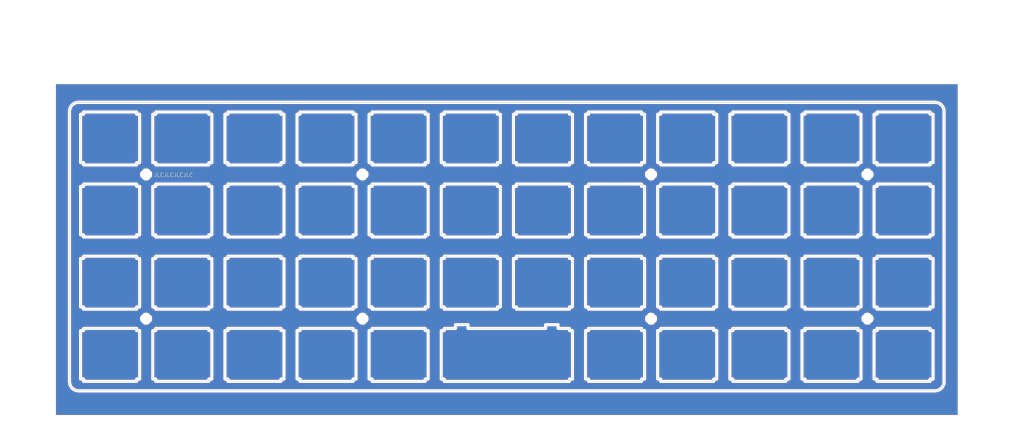
<source format=kicad_pcb>
(kicad_pcb (version 20171130) (host pcbnew "(5.0.0)")
  (layers (0 F.Cu signal) (31 B.Cu signal) (34 B.Paste user) (35 F.Paste user) (36 B.SilkS user) (37 F.SilkS user) (38 B.Mask user) (39 F.Mask user) (44 Edge.Cuts user))
  (net 0 "")
  (module MountingHole:MountingHole_2.2mm_M2_ISO7380 (layer F.Cu) (at 47.625 47.625)
    (fp_text reference J1 hide)
    (fp_text value Conn_01x01)
    (pad 1 np_thru_hole circle (at 0 0) (size 2.2 2.2) (drill 2.2) (layers *.Cu *.Mask))
  )
  (module MountingHole:MountingHole_2.2mm_M2_ISO7380 (layer F.Cu) (at 104.775 47.625)
    (fp_text reference J2 hide)
    (fp_text value Conn_01x01)
    (pad 1 np_thru_hole circle (at 0 0) (size 2.2 2.2) (drill 2.2) (layers *.Cu *.Mask))
  )
  (module MountingHole:MountingHole_2.2mm_M2_ISO7380 (layer F.Cu) (at 47.625 85.725)
    (fp_text reference J3 hide)
    (fp_text value Conn_01x01)
    (pad 1 np_thru_hole circle (at 0 0) (size 2.2 2.2) (drill 2.2) (layers *.Cu *.Mask))
  )
  (module MountingHole:MountingHole_2.2mm_M2_ISO7380 (layer F.Cu) (at 104.775 85.725)
    (fp_text reference J4 hide)
    (fp_text value Conn_01x01)
    (pad 1 np_thru_hole circle (at 0 0) (size 2.2 2.2) (drill 2.2) (layers *.Cu *.Mask))
  )
  (module MountingHole:MountingHole_2.2mm_M2_ISO7380 (layer F.Cu) (at 180.975 47.625)
    (fp_text reference J5 hide)
    (fp_text value Conn_01x01)
    (pad 1 np_thru_hole circle (at 0 0) (size 2.2 2.2) (drill 2.2) (layers *.Cu *.Mask))
  )
  (module MountingHole:MountingHole_2.2mm_M2_ISO7380 (layer F.Cu) (at 180.975 85.725)
    (fp_text reference J6 hide)
    (fp_text value Conn_01x01)
    (pad 1 np_thru_hole circle (at 0 0) (size 2.2 2.2) (drill 2.2) (layers *.Cu *.Mask))
  )
  (module MountingHole:MountingHole_2.2mm_M2_ISO7380 (layer F.Cu) (at 238.125 47.625)
    (fp_text reference J7 hide)
    (fp_text value Conn_01x01)
    (pad 1 np_thru_hole circle (at 0 0) (size 2.2 2.2) (drill 2.2) (layers *.Cu *.Mask))
  )
  (module MountingHole:MountingHole_2.2mm_M2_ISO7380 (layer F.Cu) (at 238.125 85.725)
    (fp_text reference J8 hide)
    (fp_text value Conn_01x01)
    (pad 1 np_thru_hole circle (at 0 0) (size 2.2 2.2) (drill 2.2) (layers *.Cu *.Mask))
  )
  (gr_line (start 126.365148 102.279329) (end 159.415848 102.279329) (layer Edge.Cuts) (width 0.1))
  (gr_line (start 129.339148 88.279929) (end 126.365148 88.279929) (layer Edge.Cuts) (width 0.1))
  (gr_line (start 159.415848 101.679929) (end 160.213848 101.679929) (layer Edge.Cuts) (width 0.1))
  (gr_line (start 126.365148 88.279929) (end 126.365148 88.879329) (layer Edge.Cuts) (width 0.1))
  (gr_line (start 159.415848 102.279329) (end 159.415848 101.679929) (layer Edge.Cuts) (width 0.1))
  (gr_line (start 126.365148 101.679929) (end 126.365148 102.279329) (layer Edge.Cuts) (width 0.1))
  (gr_line (start 159.415848 88.879329) (end 159.415848 88.279929) (layer Edge.Cuts) (width 0.1))
  (gr_line (start 126.365148 88.879329) (end 125.564148 88.879329) (layer Edge.Cuts) (width 0.1))
  (gr_line (start 160.213848 88.879329) (end 159.415848 88.879329) (layer Edge.Cuts) (width 0.1))
  (gr_line (start 125.564148 101.679929) (end 126.365148 101.679929) (layer Edge.Cuts) (width 0.1))
  (gr_line (start 160.213848 101.679929) (end 160.213848 88.879329) (layer Edge.Cuts) (width 0.1))
  (gr_line (start 159.415848 88.279929) (end 156.439148 88.279929) (layer Edge.Cuts) (width 0.1))
  (gr_line (start 125.564148 88.879329) (end 125.564148 101.679929) (layer Edge.Cuts) (width 0.1))
  (gr_line (start 255.471 44.52) (end 255.471 31.7194) (layer Edge.Cuts) (width 0.1))
  (gr_line (start 254.67 31.12) (end 240.671 31.12) (layer Edge.Cuts) (width 0.1))
  (gr_line (start 254.67 31.7194) (end 254.67 31.12) (layer Edge.Cuts) (width 0.1))
  (gr_line (start 254.67 44.52) (end 255.471 44.52) (layer Edge.Cuts) (width 0.1))
  (gr_line (start 255.471 31.7194) (end 254.67 31.7194) (layer Edge.Cuts) (width 0.1))
  (gr_line (start 254.67 45.1193) (end 254.67 44.52) (layer Edge.Cuts) (width 0.1))
  (gr_line (start 240.671 44.52) (end 240.671 45.1193) (layer Edge.Cuts) (width 0.1))
  (gr_line (start 236.421 31.7194) (end 235.62 31.7194) (layer Edge.Cuts) (width 0.1))
  (gr_line (start 201.771 44.52) (end 202.571 44.52) (layer Edge.Cuts) (width 0.1))
  (gr_line (start 164.471 44.52) (end 164.471 45.1193) (layer Edge.Cuts) (width 0.1))
  (gr_line (start 178.47 44.52) (end 179.271 44.52) (layer Edge.Cuts) (width 0.1))
  (gr_line (start 182.721 44.52) (end 183.521 44.52) (layer Edge.Cuts) (width 0.1))
  (gr_line (start 239.871 44.52) (end 240.671 44.52) (layer Edge.Cuts) (width 0.1))
  (gr_line (start 221.621 45.1193) (end 235.62 45.1193) (layer Edge.Cuts) (width 0.1))
  (gr_line (start 183.521 44.52) (end 183.521 45.1193) (layer Edge.Cuts) (width 0.1))
  (gr_line (start 216.57 45.1193) (end 216.57 44.52) (layer Edge.Cuts) (width 0.1))
  (gr_line (start 197.52 31.12) (end 183.521 31.12) (layer Edge.Cuts) (width 0.1))
  (gr_line (start 239.871 31.7194) (end 239.871 44.52) (layer Edge.Cuts) (width 0.1))
  (gr_line (start 240.671 31.7194) (end 239.871 31.7194) (layer Edge.Cuts) (width 0.1))
  (gr_line (start 240.671 31.12) (end 240.671 31.7194) (layer Edge.Cuts) (width 0.1))
  (gr_line (start 164.471 31.7194) (end 163.671 31.7194) (layer Edge.Cuts) (width 0.1))
  (gr_line (start 145.419 44.52) (end 145.419 45.1193) (layer Edge.Cuts) (width 0.1))
  (gr_line (start 235.62 31.12) (end 221.621 31.12) (layer Edge.Cuts) (width 0.1))
  (gr_line (start 220.821 31.7194) (end 220.821 44.52) (layer Edge.Cuts) (width 0.1))
  (gr_line (start 197.52 44.52) (end 198.321 44.52) (layer Edge.Cuts) (width 0.1))
  (gr_line (start 202.571 45.1193) (end 216.57 45.1193) (layer Edge.Cuts) (width 0.1))
  (gr_line (start 178.47 31.7194) (end 178.47 31.12) (layer Edge.Cuts) (width 0.1))
  (gr_line (start 182.721 31.7194) (end 182.721 44.52) (layer Edge.Cuts) (width 0.1))
  (gr_line (start 144.62 44.52) (end 145.419 44.52) (layer Edge.Cuts) (width 0.1))
  (gr_line (start 236.421 44.52) (end 236.421 31.7194) (layer Edge.Cuts) (width 0.1))
  (gr_line (start 235.62 45.1193) (end 235.62 44.52) (layer Edge.Cuts) (width 0.1))
  (gr_line (start 221.621 44.52) (end 221.621 45.1193) (layer Edge.Cuts) (width 0.1))
  (gr_line (start 220.821 44.52) (end 221.621 44.52) (layer Edge.Cuts) (width 0.1))
  (gr_line (start 221.621 31.7194) (end 220.821 31.7194) (layer Edge.Cuts) (width 0.1))
  (gr_line (start 217.371 31.7194) (end 216.57 31.7194) (layer Edge.Cuts) (width 0.1))
  (gr_line (start 216.57 44.52) (end 217.371 44.52) (layer Edge.Cuts) (width 0.1))
  (gr_line (start 202.571 31.12) (end 202.571 31.7194) (layer Edge.Cuts) (width 0.1))
  (gr_line (start 160.221 31.7194) (end 159.42 31.7194) (layer Edge.Cuts) (width 0.1))
  (gr_line (start 221.621 31.12) (end 221.621 31.7194) (layer Edge.Cuts) (width 0.1))
  (gr_line (start 160.221 44.52) (end 160.221 31.7194) (layer Edge.Cuts) (width 0.1))
  (gr_line (start 216.57 31.7194) (end 216.57 31.12) (layer Edge.Cuts) (width 0.1))
  (gr_line (start 198.321 44.52) (end 198.321 31.7194) (layer Edge.Cuts) (width 0.1))
  (gr_line (start 183.521 31.12) (end 183.521 31.7194) (layer Edge.Cuts) (width 0.1))
  (gr_line (start 164.471 45.1193) (end 178.47 45.1193) (layer Edge.Cuts) (width 0.1))
  (gr_line (start 179.271 44.52) (end 179.271 31.7194) (layer Edge.Cuts) (width 0.1))
  (gr_line (start 159.42 45.1193) (end 159.42 44.52) (layer Edge.Cuts) (width 0.1))
  (gr_line (start 178.47 45.1193) (end 178.47 44.52) (layer Edge.Cuts) (width 0.1))
  (gr_line (start 197.52 31.7194) (end 197.52 31.12) (layer Edge.Cuts) (width 0.1))
  (gr_line (start 183.521 31.7194) (end 182.721 31.7194) (layer Edge.Cuts) (width 0.1))
  (gr_line (start 159.42 31.7194) (end 159.42 31.12) (layer Edge.Cuts) (width 0.1))
  (gr_line (start 235.62 31.7194) (end 235.62 31.12) (layer Edge.Cuts) (width 0.1))
  (gr_line (start 217.371 44.52) (end 217.371 31.7194) (layer Edge.Cuts) (width 0.1))
  (gr_line (start 183.521 45.1193) (end 197.52 45.1193) (layer Edge.Cuts) (width 0.1))
  (gr_line (start 201.771 31.7194) (end 201.771 44.52) (layer Edge.Cuts) (width 0.1))
  (gr_line (start 202.571 31.7194) (end 201.771 31.7194) (layer Edge.Cuts) (width 0.1))
  (gr_line (start 198.321 31.7194) (end 197.52 31.7194) (layer Edge.Cuts) (width 0.1))
  (gr_line (start 144.62 31.7194) (end 144.62 44.52) (layer Edge.Cuts) (width 0.1))
  (gr_line (start 197.52 45.1193) (end 197.52 44.52) (layer Edge.Cuts) (width 0.1))
  (gr_line (start 163.671 31.7194) (end 163.671 44.52) (layer Edge.Cuts) (width 0.1))
  (gr_line (start 159.42 31.12) (end 145.419 31.12) (layer Edge.Cuts) (width 0.1))
  (gr_line (start 202.571 44.52) (end 202.571 45.1193) (layer Edge.Cuts) (width 0.1))
  (gr_line (start 164.471 31.12) (end 164.471 31.7194) (layer Edge.Cuts) (width 0.1))
  (gr_line (start 179.271 31.7194) (end 178.47 31.7194) (layer Edge.Cuts) (width 0.1))
  (gr_line (start 235.62 44.52) (end 236.421 44.52) (layer Edge.Cuts) (width 0.1))
  (gr_line (start 178.47 31.12) (end 164.471 31.12) (layer Edge.Cuts) (width 0.1))
  (gr_line (start 163.671 44.52) (end 164.471 44.52) (layer Edge.Cuts) (width 0.1))
  (gr_line (start 145.419 45.1193) (end 159.42 45.1193) (layer Edge.Cuts) (width 0.1))
  (gr_line (start 159.42 44.52) (end 160.221 44.52) (layer Edge.Cuts) (width 0.1))
  (gr_line (start 240.671 45.1193) (end 254.67 45.1193) (layer Edge.Cuts) (width 0.1))
  (gr_line (start 216.57 31.12) (end 202.571 31.12) (layer Edge.Cuts) (width 0.1))
  (gr_line (start 145.419 31.12) (end 145.419 31.7194) (layer Edge.Cuts) (width 0.1))
  (gr_line (start 140.37 31.12) (end 126.3693 31.12) (layer Edge.Cuts) (width 0.1))
  (gr_line (start 126.3693 44.52) (end 126.3693 45.1193) (layer Edge.Cuts) (width 0.1))
  (gr_line (start 84.0208 44.52) (end 84.0208 31.7194) (layer Edge.Cuts) (width 0.1))
  (gr_line (start 141.169 44.52) (end 141.169 31.7194) (layer Edge.Cuts) (width 0.1))
  (gr_line (start 126.3693 45.1193) (end 140.37 45.1193) (layer Edge.Cuts) (width 0.1))
  (gr_line (start 125.5713 44.52) (end 126.3693 44.52) (layer Edge.Cuts) (width 0.1))
  (gr_line (start 50.1707 44.52) (end 50.1707 45.1193) (layer Edge.Cuts) (width 0.1))
  (gr_line (start 125.5713 31.7194) (end 125.5713 44.52) (layer Edge.Cuts) (width 0.1))
  (gr_line (start 102.27 31.7194) (end 102.27 31.12) (layer Edge.Cuts) (width 0.1))
  (gr_line (start 126.3693 31.12) (end 126.3693 31.7194) (layer Edge.Cuts) (width 0.1))
  (gr_line (start 88.2707 45.1193) (end 102.27 45.1193) (layer Edge.Cuts) (width 0.1))
  (gr_line (start 121.32 31.12) (end 107.3207 31.12) (layer Edge.Cuts) (width 0.1))
  (gr_line (start 122.1194 31.7194) (end 121.32 31.7194) (layer Edge.Cuts) (width 0.1))
  (gr_line (start 122.1194 44.52) (end 122.1194 31.7194) (layer Edge.Cuts) (width 0.1))
  (gr_line (start 107.3207 45.1193) (end 121.32 45.1193) (layer Edge.Cuts) (width 0.1))
  (gr_line (start 107.3207 44.52) (end 107.3207 45.1193) (layer Edge.Cuts) (width 0.1))
  (gr_line (start 106.5213 44.52) (end 107.3207 44.52) (layer Edge.Cuts) (width 0.1))
  (gr_line (start 106.5213 31.7194) (end 106.5213 44.52) (layer Edge.Cuts) (width 0.1))
  (gr_line (start 107.3207 31.7194) (end 106.5213 31.7194) (layer Edge.Cuts) (width 0.1))
  (gr_line (start 107.3207 31.12) (end 107.3207 31.7194) (layer Edge.Cuts) (width 0.1))
  (gr_line (start 102.27 31.12) (end 88.2707 31.12) (layer Edge.Cuts) (width 0.1))
  (gr_line (start 64.17 31.7194) (end 64.17 31.12) (layer Edge.Cuts) (width 0.1))
  (gr_line (start 88.2707 44.52) (end 88.2707 45.1193) (layer Edge.Cuts) (width 0.1))
  (gr_line (start 103.0708 31.7194) (end 102.27 31.7194) (layer Edge.Cuts) (width 0.1))
  (gr_line (start 103.0708 44.52) (end 103.0708 31.7194) (layer Edge.Cuts) (width 0.1))
  (gr_line (start 83.22 44.52) (end 84.0208 44.52) (layer Edge.Cuts) (width 0.1))
  (gr_line (start 64.9708 44.52) (end 64.9708 31.7194) (layer Edge.Cuts) (width 0.1))
  (gr_line (start 102.27 44.52) (end 103.0708 44.52) (layer Edge.Cuts) (width 0.1))
  (gr_line (start 87.4713 44.52) (end 88.2707 44.52) (layer Edge.Cuts) (width 0.1))
  (gr_line (start 87.4713 31.7194) (end 87.4713 44.52) (layer Edge.Cuts) (width 0.1))
  (gr_line (start 88.2707 31.7194) (end 87.4713 31.7194) (layer Edge.Cuts) (width 0.1))
  (gr_line (start 83.22 31.7194) (end 83.22 31.12) (layer Edge.Cuts) (width 0.1))
  (gr_line (start 69.2207 45.1193) (end 83.22 45.1193) (layer Edge.Cuts) (width 0.1))
  (gr_line (start 68.4213 44.52) (end 69.2207 44.52) (layer Edge.Cuts) (width 0.1))
  (gr_line (start 69.2207 44.52) (end 69.2207 45.1193) (layer Edge.Cuts) (width 0.1))
  (gr_line (start 64.17 31.12) (end 50.1707 31.12) (layer Edge.Cuts) (width 0.1))
  (gr_line (start 50.1707 31.12) (end 50.1707 31.7194) (layer Edge.Cuts) (width 0.1))
  (gr_line (start 84.0208 31.7194) (end 83.22 31.7194) (layer Edge.Cuts) (width 0.1))
  (gr_line (start 50.1707 45.1193) (end 64.17 45.1193) (layer Edge.Cuts) (width 0.1))
  (gr_line (start 83.22 45.1193) (end 83.22 44.52) (layer Edge.Cuts) (width 0.1))
  (gr_line (start 49.3714 44.52) (end 50.1707 44.52) (layer Edge.Cuts) (width 0.1))
  (gr_line (start 64.17 44.52) (end 64.9708 44.52) (layer Edge.Cuts) (width 0.1))
  (gr_line (start 68.4213 31.7194) (end 68.4213 44.52) (layer Edge.Cuts) (width 0.1))
  (gr_line (start 88.2707 31.12) (end 88.2707 31.7194) (layer Edge.Cuts) (width 0.1))
  (gr_line (start 64.9708 31.7194) (end 64.17 31.7194) (layer Edge.Cuts) (width 0.1))
  (gr_line (start 69.2207 31.7194) (end 68.4213 31.7194) (layer Edge.Cuts) (width 0.1))
  (gr_line (start 45.1202 31.12) (end 31.12065 31.12) (layer Edge.Cuts) (width 0.1))
  (gr_line (start 69.2207 31.12) (end 69.2207 31.7194) (layer Edge.Cuts) (width 0.1))
  (gr_line (start 45.1202 31.7194) (end 45.1202 31.12) (layer Edge.Cuts) (width 0.1))
  (gr_line (start 49.3714 31.7194) (end 49.3714 44.52) (layer Edge.Cuts) (width 0.1))
  (gr_line (start 50.1707 31.7194) (end 49.3714 31.7194) (layer Edge.Cuts) (width 0.1))
  (gr_line (start 83.22 31.12) (end 69.2207 31.12) (layer Edge.Cuts) (width 0.1))
  (gr_line (start 121.32 45.1193) (end 121.32 44.52) (layer Edge.Cuts) (width 0.1))
  (gr_line (start 145.419 31.7194) (end 144.62 31.7194) (layer Edge.Cuts) (width 0.1))
  (gr_line (start 140.37 31.7194) (end 140.37 31.12) (layer Edge.Cuts) (width 0.1))
  (gr_line (start 141.169 31.7194) (end 140.37 31.7194) (layer Edge.Cuts) (width 0.1))
  (gr_line (start 140.37 44.52) (end 141.169 44.52) (layer Edge.Cuts) (width 0.1))
  (gr_line (start 140.37 45.1193) (end 140.37 44.52) (layer Edge.Cuts) (width 0.1))
  (gr_line (start 121.32 44.52) (end 122.1194 44.52) (layer Edge.Cuts) (width 0.1))
  (gr_line (start 121.32 31.7194) (end 121.32 31.12) (layer Edge.Cuts) (width 0.1))
  (gr_line (start 102.27 45.1193) (end 102.27 44.52) (layer Edge.Cuts) (width 0.1))
  (gr_line (start 126.3693 31.7194) (end 125.5713 31.7194) (layer Edge.Cuts) (width 0.1))
  (gr_line (start 64.17 45.1193) (end 64.17 44.52) (layer Edge.Cuts) (width 0.1))
  (gr_line (start 235.62 101.66998) (end 236.421 101.66998) (layer Edge.Cuts) (width 0.1))
  (gr_line (start 107.3207 88.2699) (end 107.3207 88.8694) (layer Edge.Cuts) (width 0.1))
  (gr_line (start 216.57 102.26943) (end 216.57 101.66998) (layer Edge.Cuts) (width 0.1))
  (gr_line (start 220.821 101.66998) (end 221.621 101.66998) (layer Edge.Cuts) (width 0.1))
  (gr_line (start 202.571 102.26943) (end 216.57 102.26943) (layer Edge.Cuts) (width 0.1))
  (gr_line (start 183.521 101.66998) (end 183.521 102.26943) (layer Edge.Cuts) (width 0.1))
  (gr_line (start 179.271 101.66998) (end 179.271 88.8694) (layer Edge.Cuts) (width 0.1))
  (gr_line (start 121.32 102.26943) (end 121.32 101.66998) (layer Edge.Cuts) (width 0.1))
  (gr_line (start 178.47 101.66998) (end 179.271 101.66998) (layer Edge.Cuts) (width 0.1))
  (gr_line (start 163.671 88.8694) (end 163.671 101.66998) (layer Edge.Cuts) (width 0.1))
  (gr_line (start 235.62 102.26943) (end 235.62 101.66998) (layer Edge.Cuts) (width 0.1))
  (gr_line (start 183.521 88.2699) (end 183.521 88.8694) (layer Edge.Cuts) (width 0.1))
  (gr_line (start 107.3207 102.26943) (end 121.32 102.26943) (layer Edge.Cuts) (width 0.1))
  (gr_line (start 221.621 101.66998) (end 221.621 102.26943) (layer Edge.Cuts) (width 0.1))
  (gr_line (start 221.621 88.8694) (end 220.821 88.8694) (layer Edge.Cuts) (width 0.1))
  (gr_line (start 183.521 102.26943) (end 197.52 102.26943) (layer Edge.Cuts) (width 0.1))
  (gr_line (start 217.371 88.8694) (end 216.57 88.8694) (layer Edge.Cuts) (width 0.1))
  (gr_line (start 122.1194 88.8694) (end 121.32 88.8694) (layer Edge.Cuts) (width 0.1))
  (gr_line (start 216.57 101.66998) (end 217.371 101.66998) (layer Edge.Cuts) (width 0.1))
  (gr_line (start 202.571 101.66998) (end 202.571 102.26943) (layer Edge.Cuts) (width 0.1))
  (gr_line (start 178.47 88.2699) (end 164.471 88.2699) (layer Edge.Cuts) (width 0.1))
  (gr_line (start 163.671 101.66998) (end 164.471 101.66998) (layer Edge.Cuts) (width 0.1))
  (gr_line (start 198.321 88.8694) (end 197.52 88.8694) (layer Edge.Cuts) (width 0.1))
  (gr_line (start 197.52 102.26943) (end 197.52 101.66998) (layer Edge.Cuts) (width 0.1))
  (gr_line (start 182.721 101.66998) (end 183.521 101.66998) (layer Edge.Cuts) (width 0.1))
  (gr_line (start 183.521 88.8694) (end 182.721 88.8694) (layer Edge.Cuts) (width 0.1))
  (gr_line (start 178.47 88.8694) (end 178.47 88.2699) (layer Edge.Cuts) (width 0.1))
  (gr_line (start 122.1194 101.66998) (end 122.1194 88.8694) (layer Edge.Cuts) (width 0.1))
  (gr_line (start 107.3207 101.66998) (end 107.3207 102.26943) (layer Edge.Cuts) (width 0.1))
  (gr_line (start 164.471 101.66998) (end 164.471 102.26943) (layer Edge.Cuts) (width 0.1))
  (gr_line (start 164.471 88.8694) (end 163.671 88.8694) (layer Edge.Cuts) (width 0.1))
  (gr_line (start 164.471 88.2699) (end 164.471 88.8694) (layer Edge.Cuts) (width 0.1))
  (gr_line (start 107.3207 88.8694) (end 106.5213 88.8694) (layer Edge.Cuts) (width 0.1))
  (gr_line (start 201.771 88.8694) (end 201.771 101.66998) (layer Edge.Cuts) (width 0.1))
  (gr_line (start 202.571 88.2699) (end 202.571 88.8694) (layer Edge.Cuts) (width 0.1))
  (gr_line (start 198.321 101.66998) (end 198.321 88.8694) (layer Edge.Cuts) (width 0.1))
  (gr_line (start 178.47 102.26943) (end 178.47 101.66998) (layer Edge.Cuts) (width 0.1))
  (gr_line (start 197.52 101.66998) (end 198.321 101.66998) (layer Edge.Cuts) (width 0.1))
  (gr_line (start 182.721 88.8694) (end 182.721 101.66998) (layer Edge.Cuts) (width 0.1))
  (gr_line (start 179.271 88.8694) (end 178.47 88.8694) (layer Edge.Cuts) (width 0.1))
  (gr_line (start 106.5213 101.66998) (end 107.3207 101.66998) (layer Edge.Cuts) (width 0.1))
  (gr_line (start 164.471 102.26943) (end 178.47 102.26943) (layer Edge.Cuts) (width 0.1))
  (gr_line (start 121.32 88.2699) (end 107.3207 88.2699) (layer Edge.Cuts) (width 0.1))
  (gr_line (start 121.32 88.8694) (end 121.32 88.2699) (layer Edge.Cuts) (width 0.1))
  (gr_line (start 106.5213 88.8694) (end 106.5213 101.66998) (layer Edge.Cuts) (width 0.1))
  (gr_line (start 121.32 101.66998) (end 122.1194 101.66998) (layer Edge.Cuts) (width 0.1))
  (gr_line (start 201.771 101.66998) (end 202.571 101.66998) (layer Edge.Cuts) (width 0.1))
  (gr_line (start 216.57 88.2699) (end 202.571 88.2699) (layer Edge.Cuts) (width 0.1))
  (gr_line (start 217.371 101.66998) (end 217.371 88.8694) (layer Edge.Cuts) (width 0.1))
  (gr_line (start 197.52 88.8694) (end 197.52 88.2699) (layer Edge.Cuts) (width 0.1))
  (gr_line (start 221.621 102.26943) (end 235.62 102.26943) (layer Edge.Cuts) (width 0.1))
  (gr_line (start 236.421 101.66998) (end 236.421 88.8694) (layer Edge.Cuts) (width 0.1))
  (gr_line (start 221.621 88.2699) (end 221.621 88.8694) (layer Edge.Cuts) (width 0.1))
  (gr_line (start 216.57 88.8694) (end 216.57 88.2699) (layer Edge.Cuts) (width 0.1))
  (gr_line (start 197.52 88.2699) (end 183.521 88.2699) (layer Edge.Cuts) (width 0.1))
  (gr_line (start 220.821 88.8694) (end 220.821 101.66998) (layer Edge.Cuts) (width 0.1))
  (gr_line (start 202.571 88.8694) (end 201.771 88.8694) (layer Edge.Cuts) (width 0.1))
  (gr_line (start 140.37 69.8194) (end 140.37 69.22) (layer Edge.Cuts) (width 0.1))
  (gr_line (start 144.62 82.62) (end 145.419 82.62) (layer Edge.Cuts) (width 0.1))
  (gr_line (start 164.471 69.22) (end 164.471 69.8194) (layer Edge.Cuts) (width 0.1))
  (gr_line (start 106.5213 82.62) (end 107.3207 82.62) (layer Edge.Cuts) (width 0.1))
  (gr_line (start 159.42 69.22) (end 145.419 69.22) (layer Edge.Cuts) (width 0.1))
  (gr_line (start 145.419 82.62) (end 145.419 83.2194) (layer Edge.Cuts) (width 0.1))
  (gr_line (start 145.419 83.2194) (end 159.42 83.2194) (layer Edge.Cuts) (width 0.1))
  (gr_line (start 144.62 69.8194) (end 144.62 82.62) (layer Edge.Cuts) (width 0.1))
  (gr_line (start 141.169 69.8194) (end 140.37 69.8194) (layer Edge.Cuts) (width 0.1))
  (gr_line (start 121.32 82.62) (end 122.1194 82.62) (layer Edge.Cuts) (width 0.1))
  (gr_line (start 126.3693 69.8194) (end 125.5713 69.8194) (layer Edge.Cuts) (width 0.1))
  (gr_line (start 183.521 69.8194) (end 182.721 69.8194) (layer Edge.Cuts) (width 0.1))
  (gr_line (start 202.571 82.62) (end 202.571 83.2194) (layer Edge.Cuts) (width 0.1))
  (gr_line (start 201.771 82.62) (end 202.571 82.62) (layer Edge.Cuts) (width 0.1))
  (gr_line (start 201.771 69.8194) (end 201.771 82.62) (layer Edge.Cuts) (width 0.1))
  (gr_line (start 145.419 69.8194) (end 144.62 69.8194) (layer Edge.Cuts) (width 0.1))
  (gr_line (start 202.571 69.8194) (end 201.771 69.8194) (layer Edge.Cuts) (width 0.1))
  (gr_line (start 202.571 69.22) (end 202.571 69.8194) (layer Edge.Cuts) (width 0.1))
  (gr_line (start 197.52 69.22) (end 183.521 69.22) (layer Edge.Cuts) (width 0.1))
  (gr_line (start 179.271 69.8194) (end 178.47 69.8194) (layer Edge.Cuts) (width 0.1))
  (gr_line (start 159.42 83.2194) (end 159.42 82.62) (layer Edge.Cuts) (width 0.1))
  (gr_line (start 126.3693 69.22) (end 126.3693 69.8194) (layer Edge.Cuts) (width 0.1))
  (gr_line (start 145.419 69.22) (end 145.419 69.8194) (layer Edge.Cuts) (width 0.1))
  (gr_line (start 183.521 69.22) (end 183.521 69.8194) (layer Edge.Cuts) (width 0.1))
  (gr_line (start 198.321 69.8194) (end 197.52 69.8194) (layer Edge.Cuts) (width 0.1))
  (gr_line (start 197.52 83.2194) (end 197.52 82.62) (layer Edge.Cuts) (width 0.1))
  (gr_line (start 178.47 69.22) (end 164.471 69.22) (layer Edge.Cuts) (width 0.1))
  (gr_line (start 164.471 83.2194) (end 178.47 83.2194) (layer Edge.Cuts) (width 0.1))
  (gr_line (start 164.471 82.62) (end 164.471 83.2194) (layer Edge.Cuts) (width 0.1))
  (gr_line (start 140.37 83.2194) (end 140.37 82.62) (layer Edge.Cuts) (width 0.1))
  (gr_line (start 163.671 82.62) (end 164.471 82.62) (layer Edge.Cuts) (width 0.1))
  (gr_line (start 163.671 69.8194) (end 163.671 82.62) (layer Edge.Cuts) (width 0.1))
  (gr_line (start 159.42 69.8194) (end 159.42 69.22) (layer Edge.Cuts) (width 0.1))
  (gr_line (start 141.169 82.62) (end 141.169 69.8194) (layer Edge.Cuts) (width 0.1))
  (gr_line (start 121.32 83.2194) (end 121.32 82.62) (layer Edge.Cuts) (width 0.1))
  (gr_line (start 107.3207 69.8194) (end 106.5213 69.8194) (layer Edge.Cuts) (width 0.1))
  (gr_line (start 121.32 69.8194) (end 121.32 69.22) (layer Edge.Cuts) (width 0.1))
  (gr_line (start 126.3693 82.62) (end 126.3693 83.2194) (layer Edge.Cuts) (width 0.1))
  (gr_line (start 159.42 82.62) (end 160.221 82.62) (layer Edge.Cuts) (width 0.1))
  (gr_line (start 107.3207 82.62) (end 107.3207 83.2194) (layer Edge.Cuts) (width 0.1))
  (gr_line (start 122.1194 69.8194) (end 121.32 69.8194) (layer Edge.Cuts) (width 0.1))
  (gr_line (start 125.5713 82.62) (end 126.3693 82.62) (layer Edge.Cuts) (width 0.1))
  (gr_line (start 140.37 82.62) (end 141.169 82.62) (layer Edge.Cuts) (width 0.1))
  (gr_line (start 107.3207 83.2194) (end 121.32 83.2194) (layer Edge.Cuts) (width 0.1))
  (gr_line (start 178.47 69.8194) (end 178.47 69.22) (layer Edge.Cuts) (width 0.1))
  (gr_line (start 164.471 69.8194) (end 163.671 69.8194) (layer Edge.Cuts) (width 0.1))
  (gr_line (start 122.1194 82.62) (end 122.1194 69.8194) (layer Edge.Cuts) (width 0.1))
  (gr_line (start 197.52 69.8194) (end 197.52 69.22) (layer Edge.Cuts) (width 0.1))
  (gr_line (start 198.321 82.62) (end 198.321 69.8194) (layer Edge.Cuts) (width 0.1))
  (gr_line (start 160.221 69.8194) (end 159.42 69.8194) (layer Edge.Cuts) (width 0.1))
  (gr_line (start 178.47 83.2194) (end 178.47 82.62) (layer Edge.Cuts) (width 0.1))
  (gr_line (start 179.271 82.62) (end 179.271 69.8194) (layer Edge.Cuts) (width 0.1))
  (gr_line (start 140.37 69.22) (end 126.3693 69.22) (layer Edge.Cuts) (width 0.1))
  (gr_line (start 197.52 82.62) (end 198.321 82.62) (layer Edge.Cuts) (width 0.1))
  (gr_line (start 183.521 83.2194) (end 197.52 83.2194) (layer Edge.Cuts) (width 0.1))
  (gr_line (start 183.521 82.62) (end 183.521 83.2194) (layer Edge.Cuts) (width 0.1))
  (gr_line (start 182.721 82.62) (end 183.521 82.62) (layer Edge.Cuts) (width 0.1))
  (gr_line (start 125.5713 69.8194) (end 125.5713 82.62) (layer Edge.Cuts) (width 0.1))
  (gr_line (start 126.3693 83.2194) (end 140.37 83.2194) (layer Edge.Cuts) (width 0.1))
  (gr_line (start 106.5213 69.8194) (end 106.5213 82.62) (layer Edge.Cuts) (width 0.1))
  (gr_line (start 182.721 69.8194) (end 182.721 82.62) (layer Edge.Cuts) (width 0.1))
  (gr_line (start 160.221 82.62) (end 160.221 69.8194) (layer Edge.Cuts) (width 0.1))
  (gr_line (start 121.32 69.22) (end 107.3207 69.22) (layer Edge.Cuts) (width 0.1))
  (gr_line (start 178.47 82.62) (end 179.271 82.62) (layer Edge.Cuts) (width 0.1))
  (gr_line (start 31.12065 83.2194) (end 45.1202 83.2194) (layer Edge.Cuts) (width 0.1))
  (gr_line (start 30.32139 82.62) (end 31.12065 82.62) (layer Edge.Cuts) (width 0.1))
  (gr_line (start 240.671 102.26943) (end 254.67 102.26943) (layer Edge.Cuts) (width 0.1))
  (gr_line (start 84.0208 69.8194) (end 83.22 69.8194) (layer Edge.Cuts) (width 0.1))
  (gr_line (start 88.2707 83.2194) (end 102.27 83.2194) (layer Edge.Cuts) (width 0.1))
  (gr_line (start 84.0208 82.62) (end 84.0208 69.8194) (layer Edge.Cuts) (width 0.1))
  (gr_line (start 30.32139 69.8194) (end 30.32139 82.62) (layer Edge.Cuts) (width 0.1))
  (gr_line (start 235.62 88.8694) (end 235.62 88.2699) (layer Edge.Cuts) (width 0.1))
  (gr_line (start 107.3207 69.22) (end 107.3207 69.8194) (layer Edge.Cuts) (width 0.1))
  (gr_line (start 254.67 101.66998) (end 255.471 101.66998) (layer Edge.Cuts) (width 0.1))
  (gr_line (start 102.27 69.22) (end 88.2707 69.22) (layer Edge.Cuts) (width 0.1))
  (gr_line (start 102.27 69.8194) (end 102.27 69.22) (layer Edge.Cuts) (width 0.1))
  (gr_line (start 45.1202 69.22) (end 31.12065 69.22) (layer Edge.Cuts) (width 0.1))
  (gr_line (start 235.62 88.2699) (end 221.621 88.2699) (layer Edge.Cuts) (width 0.1))
  (gr_line (start 103.0708 69.8194) (end 102.27 69.8194) (layer Edge.Cuts) (width 0.1))
  (gr_line (start 103.0708 82.62) (end 103.0708 69.8194) (layer Edge.Cuts) (width 0.1))
  (gr_line (start 102.27 82.62) (end 103.0708 82.62) (layer Edge.Cuts) (width 0.1))
  (gr_line (start 102.27 83.2194) (end 102.27 82.62) (layer Edge.Cuts) (width 0.1))
  (gr_line (start 88.2707 82.62) (end 88.2707 83.2194) (layer Edge.Cuts) (width 0.1))
  (gr_line (start 255.471 88.8694) (end 254.67 88.8694) (layer Edge.Cuts) (width 0.1))
  (gr_line (start 83.22 82.62) (end 84.0208 82.62) (layer Edge.Cuts) (width 0.1))
  (gr_line (start 69.2207 83.2194) (end 83.22 83.2194) (layer Edge.Cuts) (width 0.1))
  (gr_line (start 64.17 69.22) (end 50.1707 69.22) (layer Edge.Cuts) (width 0.1))
  (gr_line (start 68.4213 82.62) (end 69.2207 82.62) (layer Edge.Cuts) (width 0.1))
  (gr_line (start 64.17 69.8194) (end 64.17 69.22) (layer Edge.Cuts) (width 0.1))
  (gr_line (start 31.12065 82.62) (end 31.12065 83.2194) (layer Edge.Cuts) (width 0.1))
  (gr_line (start 49.3714 69.8194) (end 49.3714 82.62) (layer Edge.Cuts) (width 0.1))
  (gr_line (start 45.9208 69.8194) (end 45.1202 69.8194) (layer Edge.Cuts) (width 0.1))
  (gr_line (start 83.22 83.2194) (end 83.22 82.62) (layer Edge.Cuts) (width 0.1))
  (gr_line (start 64.17 83.2194) (end 64.17 82.62) (layer Edge.Cuts) (width 0.1))
  (gr_line (start 254.67 88.8694) (end 254.67 88.2699) (layer Edge.Cuts) (width 0.1))
  (gr_line (start 68.4213 69.8194) (end 68.4213 82.62) (layer Edge.Cuts) (width 0.1))
  (gr_line (start 69.2207 69.8194) (end 68.4213 69.8194) (layer Edge.Cuts) (width 0.1))
  (gr_line (start 64.17 82.62) (end 64.9708 82.62) (layer Edge.Cuts) (width 0.1))
  (gr_line (start 50.1707 69.8194) (end 49.3714 69.8194) (layer Edge.Cuts) (width 0.1))
  (gr_line (start 50.1707 69.22) (end 50.1707 69.8194) (layer Edge.Cuts) (width 0.1))
  (gr_line (start 45.9208 82.62) (end 45.9208 69.8194) (layer Edge.Cuts) (width 0.1))
  (gr_line (start 240.671 88.8694) (end 239.871 88.8694) (layer Edge.Cuts) (width 0.1))
  (gr_line (start 87.4713 82.62) (end 88.2707 82.62) (layer Edge.Cuts) (width 0.1))
  (gr_line (start 69.2207 82.62) (end 69.2207 83.2194) (layer Edge.Cuts) (width 0.1))
  (gr_line (start 254.67 102.26943) (end 254.67 101.66998) (layer Edge.Cuts) (width 0.1))
  (gr_line (start 45.1202 82.62) (end 45.9208 82.62) (layer Edge.Cuts) (width 0.1))
  (gr_line (start 87.4713 69.8194) (end 87.4713 82.62) (layer Edge.Cuts) (width 0.1))
  (gr_line (start 88.2707 69.8194) (end 87.4713 69.8194) (layer Edge.Cuts) (width 0.1))
  (gr_line (start 88.2707 69.22) (end 88.2707 69.8194) (layer Edge.Cuts) (width 0.1))
  (gr_line (start 83.22 69.22) (end 69.2207 69.22) (layer Edge.Cuts) (width 0.1))
  (gr_line (start 255.471 101.66998) (end 255.471 88.8694) (layer Edge.Cuts) (width 0.1))
  (gr_line (start 240.671 88.2699) (end 240.671 88.8694) (layer Edge.Cuts) (width 0.1))
  (gr_line (start 64.9708 82.62) (end 64.9708 69.8194) (layer Edge.Cuts) (width 0.1))
  (gr_line (start 50.1707 83.2194) (end 64.17 83.2194) (layer Edge.Cuts) (width 0.1))
  (gr_line (start 45.1202 83.2194) (end 45.1202 82.62) (layer Edge.Cuts) (width 0.1))
  (gr_line (start 239.871 88.8694) (end 239.871 101.66998) (layer Edge.Cuts) (width 0.1))
  (gr_line (start 83.22 69.8194) (end 83.22 69.22) (layer Edge.Cuts) (width 0.1))
  (gr_line (start 69.2207 69.22) (end 69.2207 69.8194) (layer Edge.Cuts) (width 0.1))
  (gr_line (start 64.9708 69.8194) (end 64.17 69.8194) (layer Edge.Cuts) (width 0.1))
  (gr_line (start 240.671 101.66998) (end 240.671 102.26943) (layer Edge.Cuts) (width 0.1))
  (gr_line (start 239.871 101.66998) (end 240.671 101.66998) (layer Edge.Cuts) (width 0.1))
  (gr_line (start 50.1707 82.62) (end 50.1707 83.2194) (layer Edge.Cuts) (width 0.1))
  (gr_line (start 31.12065 69.8194) (end 30.32139 69.8194) (layer Edge.Cuts) (width 0.1))
  (gr_line (start 254.67 88.2699) (end 240.671 88.2699) (layer Edge.Cuts) (width 0.1))
  (gr_line (start 31.12065 69.22) (end 31.12065 69.8194) (layer Edge.Cuts) (width 0.1))
  (gr_line (start 236.421 88.8694) (end 235.62 88.8694) (layer Edge.Cuts) (width 0.1))
  (gr_line (start 49.3714 82.62) (end 50.1707 82.62) (layer Edge.Cuts) (width 0.1))
  (gr_line (start 45.1202 69.8194) (end 45.1202 69.22) (layer Edge.Cuts) (width 0.1))
  (gr_line (start 103.0708 101.66998) (end 103.0708 88.8694) (layer Edge.Cuts) (width 0.1))
  (gr_line (start 102.27 102.26943) (end 102.27 101.66998) (layer Edge.Cuts) (width 0.1))
  (gr_line (start 88.2707 102.26943) (end 102.27 102.26943) (layer Edge.Cuts) (width 0.1))
  (gr_line (start 64.9708 88.8694) (end 64.17 88.8694) (layer Edge.Cuts) (width 0.1))
  (gr_line (start 84.0208 101.66998) (end 84.0208 88.8694) (layer Edge.Cuts) (width 0.1))
  (gr_line (start 87.4713 101.66998) (end 88.2707 101.66998) (layer Edge.Cuts) (width 0.1))
  (gr_line (start 64.9708 101.66998) (end 64.9708 88.8694) (layer Edge.Cuts) (width 0.1))
  (gr_line (start 83.22 88.2699) (end 69.2207 88.2699) (layer Edge.Cuts) (width 0.1))
  (gr_line (start 102.27 88.2699) (end 88.2707 88.2699) (layer Edge.Cuts) (width 0.1))
  (gr_line (start 69.2207 101.66998) (end 69.2207 102.26943) (layer Edge.Cuts) (width 0.1))
  (gr_line (start 68.4213 88.8694) (end 68.4213 101.66998) (layer Edge.Cuts) (width 0.1))
  (gr_line (start 102.27 88.8694) (end 102.27 88.2699) (layer Edge.Cuts) (width 0.1))
  (gr_line (start 88.2707 101.66998) (end 88.2707 102.26943) (layer Edge.Cuts) (width 0.1))
  (gr_line (start 68.4213 101.66998) (end 69.2207 101.66998) (layer Edge.Cuts) (width 0.1))
  (gr_line (start 103.0708 88.8694) (end 102.27 88.8694) (layer Edge.Cuts) (width 0.1))
  (gr_line (start 83.22 88.8694) (end 83.22 88.2699) (layer Edge.Cuts) (width 0.1))
  (gr_line (start 69.2207 88.8694) (end 68.4213 88.8694) (layer Edge.Cuts) (width 0.1))
  (gr_line (start 64.17 88.2699) (end 50.1707 88.2699) (layer Edge.Cuts) (width 0.1))
  (gr_line (start 102.27 101.66998) (end 103.0708 101.66998) (layer Edge.Cuts) (width 0.1))
  (gr_line (start 88.2707 88.2699) (end 88.2707 88.8694) (layer Edge.Cuts) (width 0.1))
  (gr_line (start 88.2707 88.8694) (end 87.4713 88.8694) (layer Edge.Cuts) (width 0.1))
  (gr_line (start 87.4713 88.8694) (end 87.4713 101.66998) (layer Edge.Cuts) (width 0.1))
  (gr_line (start 84.0208 88.8694) (end 83.22 88.8694) (layer Edge.Cuts) (width 0.1))
  (gr_line (start 83.22 102.26943) (end 83.22 101.66998) (layer Edge.Cuts) (width 0.1))
  (gr_line (start 69.2207 102.26943) (end 83.22 102.26943) (layer Edge.Cuts) (width 0.1))
  (gr_line (start 83.22 101.66998) (end 84.0208 101.66998) (layer Edge.Cuts) (width 0.1))
  (gr_line (start 64.17 88.8694) (end 64.17 88.2699) (layer Edge.Cuts) (width 0.1))
  (gr_line (start 69.2207 88.2699) (end 69.2207 88.8694) (layer Edge.Cuts) (width 0.1))
  (gr_line (start 45.1202 88.8694) (end 45.1202 88.2699) (layer Edge.Cuts) (width 0.1))
  (gr_line (start 31.12065 88.2699) (end 31.12065 88.8694) (layer Edge.Cuts) (width 0.1))
  (gr_line (start 45.1202 101.66998) (end 45.9208 101.66998) (layer Edge.Cuts) (width 0.1))
  (gr_line (start 45.1202 102.26943) (end 45.1202 101.66998) (layer Edge.Cuts) (width 0.1))
  (gr_line (start 153.139148 87.309759) (end 153.139148 88.279929) (layer Edge.Cuts) (width 0.1))
  (gr_line (start 156.439148 87.309759) (end 153.139148 87.309759) (layer Edge.Cuts) (width 0.1))
  (gr_line (start 50.1707 88.8694) (end 49.3714 88.8694) (layer Edge.Cuts) (width 0.1))
  (gr_line (start 50.1707 88.2699) (end 50.1707 88.8694) (layer Edge.Cuts) (width 0.1))
  (gr_line (start 45.1202 88.2699) (end 31.12065 88.2699) (layer Edge.Cuts) (width 0.1))
  (gr_line (start 31.12065 102.26943) (end 45.1202 102.26943) (layer Edge.Cuts) (width 0.1))
  (gr_line (start 156.439148 88.279929) (end 156.439148 87.309759) (layer Edge.Cuts) (width 0.1))
  (gr_line (start 30.32139 101.66998) (end 31.12065 101.66998) (layer Edge.Cuts) (width 0.1))
  (gr_line (start 31.12065 88.8694) (end 30.32139 88.8694) (layer Edge.Cuts) (width 0.1))
  (gr_line (start 132.639148 87.309759) (end 129.339148 87.309759) (layer Edge.Cuts) (width 0.1))
  (gr_line (start 45.9208 88.8694) (end 45.1202 88.8694) (layer Edge.Cuts) (width 0.1))
  (gr_line (start 31.12065 101.66998) (end 31.12065 102.26943) (layer Edge.Cuts) (width 0.1))
  (gr_line (start 153.139148 88.279929) (end 132.639148 88.279929) (layer Edge.Cuts) (width 0.1))
  (gr_line (start 64.17 101.66998) (end 64.9708 101.66998) (layer Edge.Cuts) (width 0.1))
  (gr_line (start 30.32139 88.8694) (end 30.32139 101.66998) (layer Edge.Cuts) (width 0.1))
  (gr_line (start 132.639148 88.279929) (end 132.639148 87.309759) (layer Edge.Cuts) (width 0.1))
  (gr_line (start 129.339148 87.309759) (end 129.339148 88.279929) (layer Edge.Cuts) (width 0.1))
  (gr_line (start 64.17 102.26943) (end 64.17 101.66998) (layer Edge.Cuts) (width 0.1))
  (gr_line (start 50.1707 102.26943) (end 64.17 102.26943) (layer Edge.Cuts) (width 0.1))
  (gr_line (start 45.9208 101.66998) (end 45.9208 88.8694) (layer Edge.Cuts) (width 0.1))
  (gr_line (start 50.1707 101.66998) (end 50.1707 102.26943) (layer Edge.Cuts) (width 0.1))
  (gr_line (start 49.3714 101.66998) (end 50.1707 101.66998) (layer Edge.Cuts) (width 0.1))
  (gr_line (start 49.3714 88.8694) (end 49.3714 101.66998) (layer Edge.Cuts) (width 0.1))
  (gr_line (start 240.671 82.62) (end 240.671 83.2194) (layer Edge.Cuts) (width 0.1))
  (gr_line (start 217.371 82.62) (end 217.371 69.8194) (layer Edge.Cuts) (width 0.1))
  (gr_line (start 221.621 69.22) (end 221.621 69.8194) (layer Edge.Cuts) (width 0.1))
  (gr_line (start 216.57 69.8194) (end 216.57 69.22) (layer Edge.Cuts) (width 0.1))
  (gr_line (start 221.621 82.62) (end 221.621 83.2194) (layer Edge.Cuts) (width 0.1))
  (gr_line (start 216.57 83.2194) (end 216.57 82.62) (layer Edge.Cuts) (width 0.1))
  (gr_line (start 216.57 82.62) (end 217.371 82.62) (layer Edge.Cuts) (width 0.1))
  (gr_line (start 255.471 82.62) (end 255.471 69.8194) (layer Edge.Cuts) (width 0.1))
  (gr_line (start 64.17 50.7694) (end 64.17 50.17) (layer Edge.Cuts) (width 0.1))
  (gr_line (start 50.1707 50.7694) (end 49.3714 50.7694) (layer Edge.Cuts) (width 0.1))
  (gr_line (start 31.12065 50.17) (end 31.12065 50.7694) (layer Edge.Cuts) (width 0.1))
  (gr_line (start 240.671 83.2194) (end 254.67 83.2194) (layer Edge.Cuts) (width 0.1))
  (gr_line (start 254.67 82.62) (end 255.471 82.62) (layer Edge.Cuts) (width 0.1))
  (gr_line (start 64.9708 50.7694) (end 64.17 50.7694) (layer Edge.Cuts) (width 0.1))
  (gr_line (start 50.1707 63.57) (end 50.1707 64.1693) (layer Edge.Cuts) (width 0.1))
  (gr_line (start 236.421 82.62) (end 236.421 69.8194) (layer Edge.Cuts) (width 0.1))
  (gr_line (start 240.671 69.22) (end 240.671 69.8194) (layer Edge.Cuts) (width 0.1))
  (gr_line (start 45.9208 50.7694) (end 45.1202 50.7694) (layer Edge.Cuts) (width 0.1))
  (gr_line (start 45.1202 63.57) (end 45.9208 63.57) (layer Edge.Cuts) (width 0.1))
  (gr_line (start 254.67 69.22) (end 240.671 69.22) (layer Edge.Cuts) (width 0.1))
  (gr_line (start 254.67 83.2194) (end 254.67 82.62) (layer Edge.Cuts) (width 0.1))
  (gr_line (start 45.1202 50.7694) (end 45.1202 50.17) (layer Edge.Cuts) (width 0.1))
  (gr_line (start 69.2207 50.7694) (end 68.4213 50.7694) (layer Edge.Cuts) (width 0.1))
  (gr_line (start 69.2207 50.17) (end 69.2207 50.7694) (layer Edge.Cuts) (width 0.1))
  (gr_line (start 239.871 82.62) (end 240.671 82.62) (layer Edge.Cuts) (width 0.1))
  (gr_line (start 64.17 50.17) (end 50.1707 50.17) (layer Edge.Cuts) (width 0.1))
  (gr_line (start 30.32139 50.7694) (end 30.32139 63.57) (layer Edge.Cuts) (width 0.1))
  (gr_line (start 45.1202 50.17) (end 31.12065 50.17) (layer Edge.Cuts) (width 0.1))
  (gr_line (start 64.9708 63.57) (end 64.9708 50.7694) (layer Edge.Cuts) (width 0.1))
  (gr_line (start 64.17 63.57) (end 64.9708 63.57) (layer Edge.Cuts) (width 0.1))
  (gr_line (start 50.1707 64.1693) (end 64.17 64.1693) (layer Edge.Cuts) (width 0.1))
  (gr_line (start 49.3714 50.7694) (end 49.3714 63.57) (layer Edge.Cuts) (width 0.1))
  (gr_line (start 239.871 69.8194) (end 239.871 82.62) (layer Edge.Cuts) (width 0.1))
  (gr_line (start 240.671 69.8194) (end 239.871 69.8194) (layer Edge.Cuts) (width 0.1))
  (gr_line (start 64.17 64.1693) (end 64.17 63.57) (layer Edge.Cuts) (width 0.1))
  (gr_line (start 49.3714 63.57) (end 50.1707 63.57) (layer Edge.Cuts) (width 0.1))
  (gr_line (start 50.1707 50.17) (end 50.1707 50.7694) (layer Edge.Cuts) (width 0.1))
  (gr_line (start 31.12065 64.1693) (end 45.1202 64.1693) (layer Edge.Cuts) (width 0.1))
  (gr_line (start 254.67 69.8194) (end 254.67 69.22) (layer Edge.Cuts) (width 0.1))
  (gr_line (start 45.9208 63.57) (end 45.9208 50.7694) (layer Edge.Cuts) (width 0.1))
  (gr_line (start 235.62 69.8194) (end 235.62 69.22) (layer Edge.Cuts) (width 0.1))
  (gr_line (start 221.621 83.2194) (end 235.62 83.2194) (layer Edge.Cuts) (width 0.1))
  (gr_line (start 45.1202 64.1693) (end 45.1202 63.57) (layer Edge.Cuts) (width 0.1))
  (gr_line (start 31.12065 63.57) (end 31.12065 64.1693) (layer Edge.Cuts) (width 0.1))
  (gr_line (start 30.32139 63.57) (end 31.12065 63.57) (layer Edge.Cuts) (width 0.1))
  (gr_line (start 255.471 69.8194) (end 254.67 69.8194) (layer Edge.Cuts) (width 0.1))
  (gr_line (start 235.62 69.22) (end 221.621 69.22) (layer Edge.Cuts) (width 0.1))
  (gr_line (start 236.421 69.8194) (end 235.62 69.8194) (layer Edge.Cuts) (width 0.1))
  (gr_line (start 216.57 69.22) (end 202.571 69.22) (layer Edge.Cuts) (width 0.1))
  (gr_line (start 235.62 82.62) (end 236.421 82.62) (layer Edge.Cuts) (width 0.1))
  (gr_line (start 235.62 83.2194) (end 235.62 82.62) (layer Edge.Cuts) (width 0.1))
  (gr_line (start 221.621 69.8194) (end 220.821 69.8194) (layer Edge.Cuts) (width 0.1))
  (gr_line (start 202.571 83.2194) (end 216.57 83.2194) (layer Edge.Cuts) (width 0.1))
  (gr_line (start 217.371 69.8194) (end 216.57 69.8194) (layer Edge.Cuts) (width 0.1))
  (gr_line (start 220.821 69.8194) (end 220.821 82.62) (layer Edge.Cuts) (width 0.1))
  (gr_line (start 220.821 82.62) (end 221.621 82.62) (layer Edge.Cuts) (width 0.1))
  (gr_line (start 31.12065 50.7694) (end 30.32139 50.7694) (layer Edge.Cuts) (width 0.1))
  (gr_line (start 235.62 63.57) (end 236.421 63.57) (layer Edge.Cuts) (width 0.1))
  (gr_line (start 254.67 64.1693) (end 254.67 63.57) (layer Edge.Cuts) (width 0.1))
  (gr_line (start 197.52 50.17) (end 183.521 50.17) (layer Edge.Cuts) (width 0.1))
  (gr_line (start 197.52 63.57) (end 198.321 63.57) (layer Edge.Cuts) (width 0.1))
  (gr_line (start 182.721 63.57) (end 183.521 63.57) (layer Edge.Cuts) (width 0.1))
  (gr_line (start 240.671 63.57) (end 240.671 64.1693) (layer Edge.Cuts) (width 0.1))
  (gr_line (start 220.821 50.7694) (end 220.821 63.57) (layer Edge.Cuts) (width 0.1))
  (gr_line (start 217.371 50.7694) (end 216.57 50.7694) (layer Edge.Cuts) (width 0.1))
  (gr_line (start 202.571 64.1693) (end 216.57 64.1693) (layer Edge.Cuts) (width 0.1))
  (gr_line (start 221.621 63.57) (end 221.621 64.1693) (layer Edge.Cuts) (width 0.1))
  (gr_line (start 217.371 63.57) (end 217.371 50.7694) (layer Edge.Cuts) (width 0.1))
  (gr_line (start 178.47 50.17) (end 164.471 50.17) (layer Edge.Cuts) (width 0.1))
  (gr_line (start 198.321 50.7694) (end 197.52 50.7694) (layer Edge.Cuts) (width 0.1))
  (gr_line (start 183.521 50.7694) (end 182.721 50.7694) (layer Edge.Cuts) (width 0.1))
  (gr_line (start 202.571 63.57) (end 202.571 64.1693) (layer Edge.Cuts) (width 0.1))
  (gr_line (start 178.47 64.1693) (end 178.47 63.57) (layer Edge.Cuts) (width 0.1))
  (gr_line (start 45.9208 31.7194) (end 45.1202 31.7194) (layer Edge.Cuts) (width 0.1))
  (gr_line (start 30.32139 31.7194) (end 30.32139 44.52) (layer Edge.Cuts) (width 0.1))
  (gr_line (start 45.9208 44.52) (end 45.9208 31.7194) (layer Edge.Cuts) (width 0.1))
  (gr_line (start 45.1202 44.52) (end 45.9208 44.52) (layer Edge.Cuts) (width 0.1))
  (gr_line (start 45.1202 45.1193) (end 45.1202 44.52) (layer Edge.Cuts) (width 0.1))
  (gr_line (start 31.12065 31.12) (end 31.12065 31.7194) (layer Edge.Cuts) (width 0.1))
  (gr_line (start 236.421 50.7694) (end 235.62 50.7694) (layer Edge.Cuts) (width 0.1))
  (gr_line (start 178.47 50.7694) (end 178.47 50.17) (layer Edge.Cuts) (width 0.1))
  (gr_line (start 31.12065 45.1193) (end 45.1202 45.1193) (layer Edge.Cuts) (width 0.1))
  (gr_line (start 254.67 50.17) (end 240.671 50.17) (layer Edge.Cuts) (width 0.1))
  (gr_line (start 31.12065 44.52) (end 31.12065 45.1193) (layer Edge.Cuts) (width 0.1))
  (gr_line (start 30.32139 44.52) (end 31.12065 44.52) (layer Edge.Cuts) (width 0.1))
  (gr_line (start 235.62 50.17) (end 221.621 50.17) (layer Edge.Cuts) (width 0.1))
  (gr_line (start 31.12065 31.7194) (end 30.32139 31.7194) (layer Edge.Cuts) (width 0.1))
  (gr_line (start 254.67 50.7694) (end 254.67 50.17) (layer Edge.Cuts) (width 0.1))
  (gr_line (start 255.471 50.7694) (end 254.67 50.7694) (layer Edge.Cuts) (width 0.1))
  (gr_line (start 179.271 50.7694) (end 178.47 50.7694) (layer Edge.Cuts) (width 0.1))
  (gr_line (start 240.671 64.1693) (end 254.67 64.1693) (layer Edge.Cuts) (width 0.1))
  (gr_line (start 239.871 63.57) (end 240.671 63.57) (layer Edge.Cuts) (width 0.1))
  (gr_line (start 197.52 50.7694) (end 197.52 50.17) (layer Edge.Cuts) (width 0.1))
  (gr_line (start 239.871 50.7694) (end 239.871 63.57) (layer Edge.Cuts) (width 0.1))
  (gr_line (start 216.57 50.17) (end 202.571 50.17) (layer Edge.Cuts) (width 0.1))
  (gr_line (start 197.52 64.1693) (end 197.52 63.57) (layer Edge.Cuts) (width 0.1))
  (gr_line (start 216.57 50.7694) (end 216.57 50.17) (layer Edge.Cuts) (width 0.1))
  (gr_line (start 202.571 50.7694) (end 201.771 50.7694) (layer Edge.Cuts) (width 0.1))
  (gr_line (start 183.521 63.57) (end 183.521 64.1693) (layer Edge.Cuts) (width 0.1))
  (gr_line (start 178.47 63.57) (end 179.271 63.57) (layer Edge.Cuts) (width 0.1))
  (gr_line (start 202.571 50.17) (end 202.571 50.7694) (layer Edge.Cuts) (width 0.1))
  (gr_line (start 221.621 64.1693) (end 235.62 64.1693) (layer Edge.Cuts) (width 0.1))
  (gr_line (start 183.521 64.1693) (end 197.52 64.1693) (layer Edge.Cuts) (width 0.1))
  (gr_line (start 182.721 50.7694) (end 182.721 63.57) (layer Edge.Cuts) (width 0.1))
  (gr_line (start 255.471 63.57) (end 255.471 50.7694) (layer Edge.Cuts) (width 0.1))
  (gr_line (start 240.671 50.17) (end 240.671 50.7694) (layer Edge.Cuts) (width 0.1))
  (gr_line (start 236.421 63.57) (end 236.421 50.7694) (layer Edge.Cuts) (width 0.1))
  (gr_line (start 235.62 64.1693) (end 235.62 63.57) (layer Edge.Cuts) (width 0.1))
  (gr_line (start 221.621 50.17) (end 221.621 50.7694) (layer Edge.Cuts) (width 0.1))
  (gr_line (start 198.321 63.57) (end 198.321 50.7694) (layer Edge.Cuts) (width 0.1))
  (gr_line (start 216.57 63.57) (end 217.371 63.57) (layer Edge.Cuts) (width 0.1))
  (gr_line (start 201.771 63.57) (end 202.571 63.57) (layer Edge.Cuts) (width 0.1))
  (gr_line (start 240.671 50.7694) (end 239.871 50.7694) (layer Edge.Cuts) (width 0.1))
  (gr_line (start 220.821 63.57) (end 221.621 63.57) (layer Edge.Cuts) (width 0.1))
  (gr_line (start 235.62 50.7694) (end 235.62 50.17) (layer Edge.Cuts) (width 0.1))
  (gr_line (start 221.621 50.7694) (end 220.821 50.7694) (layer Edge.Cuts) (width 0.1))
  (gr_line (start 216.57 64.1693) (end 216.57 63.57) (layer Edge.Cuts) (width 0.1))
  (gr_line (start 201.771 50.7694) (end 201.771 63.57) (layer Edge.Cuts) (width 0.1))
  (gr_line (start 183.521 50.17) (end 183.521 50.7694) (layer Edge.Cuts) (width 0.1))
  (gr_line (start 179.271 63.57) (end 179.271 50.7694) (layer Edge.Cuts) (width 0.1))
  (gr_line (start 254.67 63.57) (end 255.471 63.57) (layer Edge.Cuts) (width 0.1))
  (gr_line (start 103.0708 63.57) (end 103.0708 50.7694) (layer Edge.Cuts) (width 0.1))
  (gr_line (start 83.22 63.57) (end 84.0208 63.57) (layer Edge.Cuts) (width 0.1))
  (gr_line (start 87.4713 63.57) (end 88.2707 63.57) (layer Edge.Cuts) (width 0.1))
  (gr_line (start 87.4713 50.7694) (end 87.4713 63.57) (layer Edge.Cuts) (width 0.1))
  (gr_line (start 84.0208 63.57) (end 84.0208 50.7694) (layer Edge.Cuts) (width 0.1))
  (gr_line (start 159.42 50.7694) (end 159.42 50.17) (layer Edge.Cuts) (width 0.1))
  (gr_line (start 141.169 63.57) (end 141.169 50.7694) (layer Edge.Cuts) (width 0.1))
  (gr_line (start 106.5213 63.57) (end 107.3207 63.57) (layer Edge.Cuts) (width 0.1))
  (gr_line (start 121.32 64.1693) (end 121.32 63.57) (layer Edge.Cuts) (width 0.1))
  (gr_line (start 68.4213 50.7694) (end 68.4213 63.57) (layer Edge.Cuts) (width 0.1))
  (gr_line (start 163.671 63.57) (end 164.471 63.57) (layer Edge.Cuts) (width 0.1))
  (gr_line (start 164.471 64.1693) (end 178.47 64.1693) (layer Edge.Cuts) (width 0.1))
  (gr_line (start 163.671 50.7694) (end 163.671 63.57) (layer Edge.Cuts) (width 0.1))
  (gr_line (start 107.3207 64.1693) (end 121.32 64.1693) (layer Edge.Cuts) (width 0.1))
  (gr_line (start 159.42 63.57) (end 160.221 63.57) (layer Edge.Cuts) (width 0.1))
  (gr_line (start 140.37 50.7694) (end 140.37 50.17) (layer Edge.Cuts) (width 0.1))
  (gr_line (start 140.37 63.57) (end 141.169 63.57) (layer Edge.Cuts) (width 0.1))
  (gr_line (start 126.3693 63.57) (end 126.3693 64.1693) (layer Edge.Cuts) (width 0.1))
  (gr_line (start 125.5713 63.57) (end 126.3693 63.57) (layer Edge.Cuts) (width 0.1))
  (gr_line (start 107.3207 50.17) (end 107.3207 50.7694) (layer Edge.Cuts) (width 0.1))
  (gr_line (start 107.3207 63.57) (end 107.3207 64.1693) (layer Edge.Cuts) (width 0.1))
  (gr_line (start 88.2707 50.7694) (end 87.4713 50.7694) (layer Edge.Cuts) (width 0.1))
  (gr_line (start 83.22 64.1693) (end 83.22 63.57) (layer Edge.Cuts) (width 0.1))
  (gr_line (start 125.5713 50.7694) (end 125.5713 63.57) (layer Edge.Cuts) (width 0.1))
  (gr_line (start 88.2707 50.17) (end 88.2707 50.7694) (layer Edge.Cuts) (width 0.1))
  (gr_line (start 69.2207 64.1693) (end 83.22 64.1693) (layer Edge.Cuts) (width 0.1))
  (gr_line (start 164.471 63.57) (end 164.471 64.1693) (layer Edge.Cuts) (width 0.1))
  (gr_line (start 164.471 50.7694) (end 163.671 50.7694) (layer Edge.Cuts) (width 0.1))
  (gr_line (start 160.221 50.7694) (end 159.42 50.7694) (layer Edge.Cuts) (width 0.1))
  (gr_line (start 159.42 64.1693) (end 159.42 63.57) (layer Edge.Cuts) (width 0.1))
  (gr_line (start 107.3207 50.7694) (end 106.5213 50.7694) (layer Edge.Cuts) (width 0.1))
  (gr_line (start 145.419 64.1693) (end 159.42 64.1693) (layer Edge.Cuts) (width 0.1))
  (gr_line (start 145.419 63.57) (end 145.419 64.1693) (layer Edge.Cuts) (width 0.1))
  (gr_line (start 145.419 50.17) (end 145.419 50.7694) (layer Edge.Cuts) (width 0.1))
  (gr_line (start 121.32 50.17) (end 107.3207 50.17) (layer Edge.Cuts) (width 0.1))
  (gr_line (start 122.1194 50.7694) (end 121.32 50.7694) (layer Edge.Cuts) (width 0.1))
  (gr_line (start 106.5213 50.7694) (end 106.5213 63.57) (layer Edge.Cuts) (width 0.1))
  (gr_line (start 102.27 50.17) (end 88.2707 50.17) (layer Edge.Cuts) (width 0.1))
  (gr_line (start 103.0708 50.7694) (end 102.27 50.7694) (layer Edge.Cuts) (width 0.1))
  (gr_line (start 102.27 64.1693) (end 102.27 63.57) (layer Edge.Cuts) (width 0.1))
  (gr_line (start 83.22 50.7694) (end 83.22 50.17) (layer Edge.Cuts) (width 0.1))
  (gr_line (start 84.0208 50.7694) (end 83.22 50.7694) (layer Edge.Cuts) (width 0.1))
  (gr_line (start 140.37 50.17) (end 126.3693 50.17) (layer Edge.Cuts) (width 0.1))
  (gr_line (start 88.2707 63.57) (end 88.2707 64.1693) (layer Edge.Cuts) (width 0.1))
  (gr_line (start 140.37 64.1693) (end 140.37 63.57) (layer Edge.Cuts) (width 0.1))
  (gr_line (start 164.471 50.17) (end 164.471 50.7694) (layer Edge.Cuts) (width 0.1))
  (gr_line (start 102.27 63.57) (end 103.0708 63.57) (layer Edge.Cuts) (width 0.1))
  (gr_line (start 144.62 50.7694) (end 144.62 63.57) (layer Edge.Cuts) (width 0.1))
  (gr_line (start 145.419 50.7694) (end 144.62 50.7694) (layer Edge.Cuts) (width 0.1))
  (gr_line (start 126.3693 50.17) (end 126.3693 50.7694) (layer Edge.Cuts) (width 0.1))
  (gr_line (start 121.32 63.57) (end 122.1194 63.57) (layer Edge.Cuts) (width 0.1))
  (gr_line (start 68.4213 63.57) (end 69.2207 63.57) (layer Edge.Cuts) (width 0.1))
  (gr_line (start 102.27 50.7694) (end 102.27 50.17) (layer Edge.Cuts) (width 0.1))
  (gr_line (start 141.169 50.7694) (end 140.37 50.7694) (layer Edge.Cuts) (width 0.1))
  (gr_line (start 122.1194 63.57) (end 122.1194 50.7694) (layer Edge.Cuts) (width 0.1))
  (gr_line (start 88.2707 64.1693) (end 102.27 64.1693) (layer Edge.Cuts) (width 0.1))
  (gr_line (start 126.3693 64.1693) (end 140.37 64.1693) (layer Edge.Cuts) (width 0.1))
  (gr_line (start 160.221 63.57) (end 160.221 50.7694) (layer Edge.Cuts) (width 0.1))
  (gr_line (start 144.62 63.57) (end 145.419 63.57) (layer Edge.Cuts) (width 0.1))
  (gr_line (start 126.3693 50.7694) (end 125.5713 50.7694) (layer Edge.Cuts) (width 0.1))
  (gr_line (start 121.32 50.7694) (end 121.32 50.17) (layer Edge.Cuts) (width 0.1))
  (gr_line (start 83.22 50.17) (end 69.2207 50.17) (layer Edge.Cuts) (width 0.1))
  (gr_line (start 69.2207 63.57) (end 69.2207 64.1693) (layer Edge.Cuts) (width 0.1))
  (gr_line (start 159.42 50.17) (end 145.419 50.17) (layer Edge.Cuts) (width 0.1))
  (gr_text JLCJLCJLCJLC (at 54.864 47.752) (layer F.SilkS) (effects (font (size 1 1) (thickness 0.1))))
  (gr_line (start 27.384375 102.39375) (end 27.384375 30.95625) (layer Edge.Cuts) (width 0.15))
  (gr_line (start 258.365625 30.95625) (end 258.365625 102.39375) (layer Edge.Cuts) (width 0.15))
  (gr_arc (start 255.984375 30.95625) (end 255.984375 28.575) (angle 90) (layer Edge.Cuts) (width 0.15))
  (gr_arc (start 255.984375 102.39375) (end 258.365625 102.39375) (angle 90) (layer Edge.Cuts) (width 0.15))
  (gr_arc (start 29.765625 102.39375) (end 29.765625 104.775) (angle 90) (layer Edge.Cuts) (width 0.15))
  (gr_arc (start 29.765625 30.95625) (end 27.384375 30.95625) (angle 90) (layer Edge.Cuts) (width 0.15))
  (gr_line (start 255.984375 104.775) (end 29.765625 104.775) (layer Edge.Cuts) (width 0.15))
  (gr_line (start 29.765625 28.575) (end 255.984375 28.575) (layer Edge.Cuts) (width 0.15))
  (zone (net 0) (net_name "") (layer F.Cu) (connect_pads (clearance 0.381)) (min_thickness 0.254) (fill yes (arc_segments 16) (thermal_gap 0.508) (thermal_bridge_width 0.508))
    (polygon (pts (xy 23.8125 23.8125) (xy 261.9375 23.8125) (xy 261.9375 111.125) (xy 23.8125 111.125)))
  )
  (zone (net 0) (net_name "") (layer B.Cu) (connect_pads (clearance 0.381)) (min_thickness 0.254) (fill yes (arc_segments 16) (thermal_gap 0.508) (thermal_bridge_width 0.508))
    (polygon (pts (xy 23.8125 23.8125) (xy 261.9375 23.8125) (xy 261.9375 111.125) (xy 23.8125 111.125)))
  )
)
</source>
